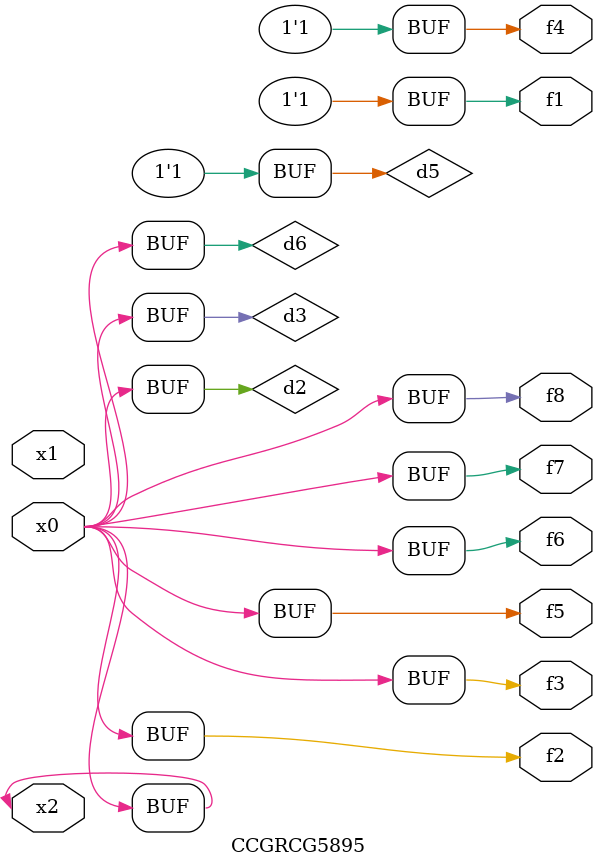
<source format=v>
module CCGRCG5895(
	input x0, x1, x2,
	output f1, f2, f3, f4, f5, f6, f7, f8
);

	wire d1, d2, d3, d4, d5, d6;

	xnor (d1, x2);
	buf (d2, x0, x2);
	and (d3, x0);
	xnor (d4, x1, x2);
	nand (d5, d1, d3);
	buf (d6, d2, d3);
	assign f1 = d5;
	assign f2 = d6;
	assign f3 = d6;
	assign f4 = d5;
	assign f5 = d6;
	assign f6 = d6;
	assign f7 = d6;
	assign f8 = d6;
endmodule

</source>
